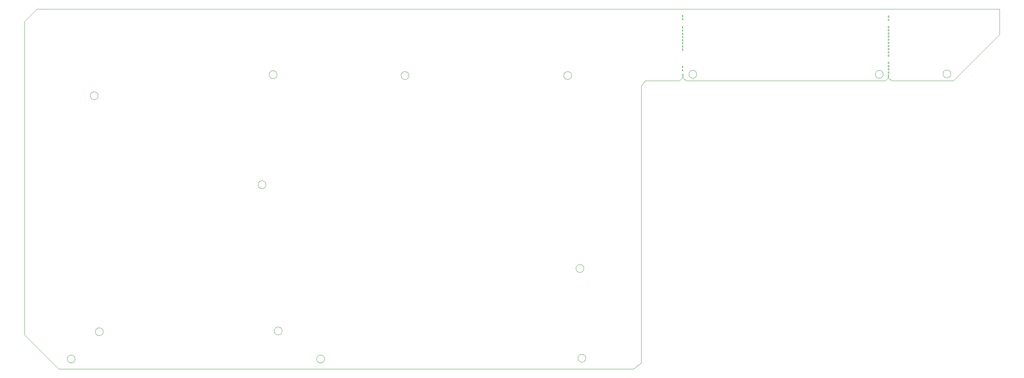
<source format=gbr>
%TF.GenerationSoftware,KiCad,Pcbnew,8.0.3-1.fc40*%
%TF.CreationDate,2024-06-20T14:07:15-04:00*%
%TF.ProjectId,sensor_bar_unified_muxing_1,73656e73-6f72-45f6-9261-725f756e6966,rev?*%
%TF.SameCoordinates,Original*%
%TF.FileFunction,Profile,NP*%
%FSLAX46Y46*%
G04 Gerber Fmt 4.6, Leading zero omitted, Abs format (unit mm)*
G04 Created by KiCad (PCBNEW 8.0.3-1.fc40) date 2024-06-20 14:07:15*
%MOMM*%
%LPD*%
G01*
G04 APERTURE LIST*
%TA.AperFunction,Profile*%
%ADD10C,0.050000*%
%TD*%
G04 APERTURE END LIST*
D10*
X42500000Y-35100000D02*
G75*
G02*
X40500000Y-35100000I-1000000J0D01*
G01*
X40500000Y-35100000D02*
G75*
G02*
X42500000Y-35100000I1000000J0D01*
G01*
X162100000Y-30000000D02*
G75*
G02*
X160100000Y-30000000I-1000000J0D01*
G01*
X160100000Y-30000000D02*
G75*
G02*
X162100000Y-30000000I1000000J0D01*
G01*
X190200000Y-21200000D02*
X190000000Y-21200000D01*
X190000000Y-20800000D01*
X190200000Y-20800000D01*
X190200000Y-21200000D01*
X242200000Y-16100000D02*
X242000000Y-16100000D01*
X242000000Y-15700000D01*
X242200000Y-15700000D01*
X242200000Y-16100000D01*
X190200000Y-28800000D02*
X190000000Y-28800000D01*
X190000000Y-28400000D01*
X190200000Y-28400000D01*
X190200000Y-28800000D01*
X190200000Y-23600000D02*
X190000000Y-23600000D01*
X190000000Y-23200000D01*
X190200000Y-23200000D01*
X190200000Y-23600000D01*
X257880000Y-29585000D02*
G75*
G02*
X255880000Y-29585000I-1000000J0D01*
G01*
X255880000Y-29585000D02*
G75*
G02*
X257880000Y-29585000I1000000J0D01*
G01*
X242200000Y-25100000D02*
X242000000Y-25100000D01*
X242000000Y-24700000D01*
X242200000Y-24700000D01*
X242200000Y-25100000D01*
X190200000Y-15100000D02*
X190000000Y-15100000D01*
X190000000Y-14700000D01*
X190200000Y-14700000D01*
X190200000Y-15100000D01*
X242200000Y-27000000D02*
X242000000Y-27000000D01*
X242000000Y-26600000D01*
X242200000Y-26600000D01*
X242200000Y-27000000D01*
X270180000Y-19585000D02*
X258480000Y-31285000D01*
X242880000Y-31285000D01*
X242180000Y-30585000D01*
X242180000Y-29785000D01*
X241980000Y-29785000D01*
X241980000Y-30585000D01*
X241280000Y-31285000D01*
X190980000Y-31285000D01*
X190280000Y-30585000D01*
X190280000Y-29585000D01*
X189980000Y-29585000D01*
X189980000Y-30585000D01*
X189280000Y-31285000D01*
X180680000Y-31285000D01*
X179680000Y-32666789D01*
X179680000Y-75685000D01*
X179673539Y-86278539D01*
X179672205Y-102685000D01*
X177680000Y-104185000D01*
X165780000Y-104185000D01*
X32480000Y-104185000D01*
X23880000Y-95585000D01*
X23880000Y-16285000D01*
X26980000Y-13185000D01*
X270180000Y-13185000D01*
X270180000Y-19585000D01*
X43780000Y-94785000D02*
G75*
G02*
X41780000Y-94785000I-1000000J0D01*
G01*
X41780000Y-94785000D02*
G75*
G02*
X43780000Y-94785000I1000000J0D01*
G01*
X165180000Y-78785000D02*
G75*
G02*
X163180000Y-78785000I-1000000J0D01*
G01*
X163180000Y-78785000D02*
G75*
G02*
X165180000Y-78785000I1000000J0D01*
G01*
X242200000Y-21100000D02*
X242000000Y-21100000D01*
X242000000Y-20700000D01*
X242200000Y-20700000D01*
X242200000Y-21100000D01*
X190200000Y-28000000D02*
X190000000Y-28000000D01*
X190000000Y-27600000D01*
X190200000Y-27600000D01*
X190200000Y-28000000D01*
X242200000Y-21900000D02*
X242000000Y-21900000D01*
X242000000Y-21500000D01*
X242200000Y-21500000D01*
X242200000Y-21900000D01*
X242200000Y-17900000D02*
X242000000Y-17900000D01*
X242000000Y-17500000D01*
X242200000Y-17500000D01*
X242200000Y-17900000D01*
X190200000Y-22000000D02*
X190000000Y-22000000D01*
X190000000Y-21600000D01*
X190200000Y-21600000D01*
X190200000Y-22000000D01*
X242200000Y-22700000D02*
X242000000Y-22700000D01*
X242000000Y-22300000D01*
X242200000Y-22300000D01*
X242200000Y-22700000D01*
X190200000Y-18000000D02*
X190000000Y-18000000D01*
X190000000Y-17600000D01*
X190200000Y-17600000D01*
X190200000Y-18000000D01*
X165680000Y-101485000D02*
G75*
G02*
X163680000Y-101485000I-1000000J0D01*
G01*
X163680000Y-101485000D02*
G75*
G02*
X165680000Y-101485000I1000000J0D01*
G01*
X190200000Y-15900000D02*
X190000000Y-15900000D01*
X190000000Y-15500000D01*
X190200000Y-15500000D01*
X190200000Y-15900000D01*
X242200000Y-20300000D02*
X242000000Y-20300000D01*
X242000000Y-19900000D01*
X242200000Y-19900000D01*
X242200000Y-20300000D01*
X242200000Y-24300000D02*
X242000000Y-24300000D01*
X242000000Y-23900000D01*
X242200000Y-23900000D01*
X242200000Y-24300000D01*
X242200000Y-27800000D02*
X242000000Y-27800000D01*
X242000000Y-27400000D01*
X242200000Y-27400000D01*
X242200000Y-27800000D01*
X84880000Y-57585000D02*
G75*
G02*
X82880000Y-57585000I-1000000J0D01*
G01*
X82880000Y-57585000D02*
G75*
G02*
X84880000Y-57585000I1000000J0D01*
G01*
X36680000Y-101685000D02*
G75*
G02*
X34680000Y-101685000I-1000000J0D01*
G01*
X34680000Y-101685000D02*
G75*
G02*
X36680000Y-101685000I1000000J0D01*
G01*
X190200000Y-18800000D02*
X190000000Y-18800000D01*
X190000000Y-18400000D01*
X190200000Y-18400000D01*
X190200000Y-18800000D01*
X193680000Y-29685000D02*
G75*
G02*
X191680000Y-29685000I-1000000J0D01*
G01*
X191680000Y-29685000D02*
G75*
G02*
X193680000Y-29685000I1000000J0D01*
G01*
X88980000Y-94585000D02*
G75*
G02*
X86980000Y-94585000I-1000000J0D01*
G01*
X86980000Y-94585000D02*
G75*
G02*
X88980000Y-94585000I1000000J0D01*
G01*
X242200000Y-18700000D02*
X242000000Y-18700000D01*
X242000000Y-18300000D01*
X242200000Y-18300000D01*
X242200000Y-18700000D01*
X190200000Y-22800000D02*
X190000000Y-22800000D01*
X190000000Y-22400000D01*
X190200000Y-22400000D01*
X190200000Y-22800000D01*
X240780000Y-29685000D02*
G75*
G02*
X238780000Y-29685000I-1000000J0D01*
G01*
X238780000Y-29685000D02*
G75*
G02*
X240780000Y-29685000I1000000J0D01*
G01*
X190200000Y-19600000D02*
X190000000Y-19600000D01*
X190000000Y-19200000D01*
X190200000Y-19200000D01*
X190200000Y-19600000D01*
X121000000Y-30000000D02*
G75*
G02*
X119000000Y-30000000I-1000000J0D01*
G01*
X119000000Y-30000000D02*
G75*
G02*
X121000000Y-30000000I1000000J0D01*
G01*
X242200000Y-23500000D02*
X242000000Y-23500000D01*
X242000000Y-23100000D01*
X242200000Y-23100000D01*
X242200000Y-23500000D01*
X190200000Y-20400000D02*
X190000000Y-20400000D01*
X190000000Y-20000000D01*
X190200000Y-20000000D01*
X190200000Y-20400000D01*
X242200000Y-15300000D02*
X242000000Y-15300000D01*
X242000000Y-14900000D01*
X242200000Y-14900000D01*
X242200000Y-15300000D01*
X99680000Y-101685000D02*
G75*
G02*
X97680000Y-101685000I-1000000J0D01*
G01*
X97680000Y-101685000D02*
G75*
G02*
X99680000Y-101685000I1000000J0D01*
G01*
X242200000Y-29400000D02*
X242000000Y-29400000D01*
X242000000Y-29000000D01*
X242200000Y-29000000D01*
X242200000Y-29400000D01*
X242200000Y-19500000D02*
X242000000Y-19500000D01*
X242000000Y-19100000D01*
X242200000Y-19100000D01*
X242200000Y-19500000D01*
X242200000Y-28600000D02*
X242000000Y-28600000D01*
X242000000Y-28200000D01*
X242200000Y-28200000D01*
X242200000Y-28600000D01*
X87680000Y-29785000D02*
G75*
G02*
X85680000Y-29785000I-1000000J0D01*
G01*
X85680000Y-29785000D02*
G75*
G02*
X87680000Y-29785000I1000000J0D01*
G01*
M02*

</source>
